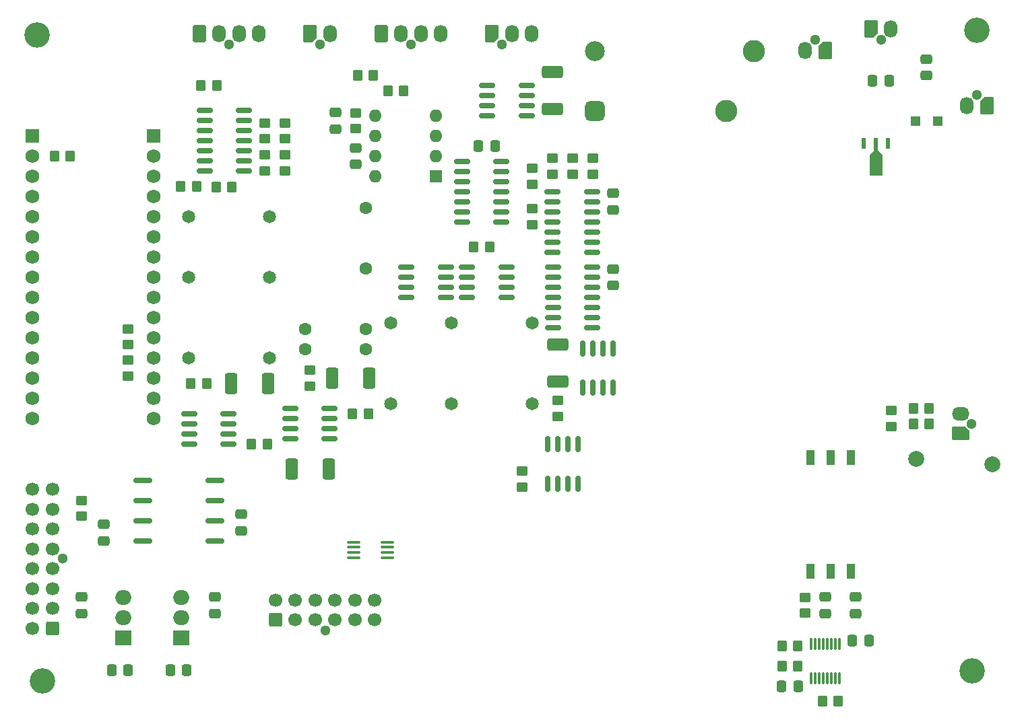
<source format=gbr>
%TF.GenerationSoftware,KiCad,Pcbnew,8.0.3*%
%TF.CreationDate,2025-03-11T00:39:16-07:00*%
%TF.ProjectId,Accumulator_Board,41636375-6d75-46c6-9174-6f725f426f61,3.2*%
%TF.SameCoordinates,Original*%
%TF.FileFunction,Soldermask,Top*%
%TF.FilePolarity,Negative*%
%FSLAX46Y46*%
G04 Gerber Fmt 4.6, Leading zero omitted, Abs format (unit mm)*
G04 Created by KiCad (PCBNEW 8.0.3) date 2025-03-11 00:39:16*
%MOMM*%
%LPD*%
G01*
G04 APERTURE LIST*
G04 Aperture macros list*
%AMRoundRect*
0 Rectangle with rounded corners*
0 $1 Rounding radius*
0 $2 $3 $4 $5 $6 $7 $8 $9 X,Y pos of 4 corners*
0 Add a 4 corners polygon primitive as box body*
4,1,4,$2,$3,$4,$5,$6,$7,$8,$9,$2,$3,0*
0 Add four circle primitives for the rounded corners*
1,1,$1+$1,$2,$3*
1,1,$1+$1,$4,$5*
1,1,$1+$1,$6,$7*
1,1,$1+$1,$8,$9*
0 Add four rect primitives between the rounded corners*
20,1,$1+$1,$2,$3,$4,$5,0*
20,1,$1+$1,$4,$5,$6,$7,0*
20,1,$1+$1,$6,$7,$8,$9,0*
20,1,$1+$1,$8,$9,$2,$3,0*%
%AMFreePoly0*
4,1,22,0.945671,0.830970,1.026777,0.776777,1.080970,0.695671,1.100000,0.600000,1.100000,-0.600000,1.080970,-0.695671,1.026777,-0.776777,0.945671,-0.830970,0.850000,-0.850000,-0.450000,-0.850000,-0.545671,-0.830970,-0.626777,-0.776777,-1.026777,-0.376777,-1.080970,-0.295671,-1.100000,-0.200000,-1.100000,0.600000,-1.080970,0.695671,-1.026777,0.776777,-0.945671,0.830970,-0.850000,0.850000,
0.850000,0.850000,0.945671,0.830970,0.945671,0.830970,$1*%
G04 Aperture macros list end*
%ADD10C,0.000000*%
%ADD11C,1.300000*%
%ADD12RoundRect,0.250000X0.600000X0.600000X-0.600000X0.600000X-0.600000X-0.600000X0.600000X-0.600000X0*%
%ADD13C,1.700000*%
%ADD14RoundRect,0.249999X-0.512501X-1.075001X0.512501X-1.075001X0.512501X1.075001X-0.512501X1.075001X0*%
%ADD15RoundRect,0.250000X0.450000X-0.350000X0.450000X0.350000X-0.450000X0.350000X-0.450000X-0.350000X0*%
%ADD16RoundRect,0.102000X-0.765000X-0.765000X0.765000X-0.765000X0.765000X0.765000X-0.765000X0.765000X0*%
%ADD17C,1.734000*%
%ADD18FreePoly0,180.000000*%
%ADD19O,2.200000X1.700000*%
%ADD20RoundRect,0.250000X0.350000X0.450000X-0.350000X0.450000X-0.350000X-0.450000X0.350000X-0.450000X0*%
%ADD21RoundRect,0.250000X0.337500X0.475000X-0.337500X0.475000X-0.337500X-0.475000X0.337500X-0.475000X0*%
%ADD22RoundRect,0.250000X-0.350000X-0.450000X0.350000X-0.450000X0.350000X0.450000X-0.350000X0.450000X0*%
%ADD23RoundRect,0.150000X-0.150000X0.825000X-0.150000X-0.825000X0.150000X-0.825000X0.150000X0.825000X0*%
%ADD24C,2.000000*%
%ADD25RoundRect,0.249999X0.512501X1.075001X-0.512501X1.075001X-0.512501X-1.075001X0.512501X-1.075001X0*%
%ADD26RoundRect,0.250000X-0.450000X0.350000X-0.450000X-0.350000X0.450000X-0.350000X0.450000X0.350000X0*%
%ADD27RoundRect,0.249999X1.075001X-0.512501X1.075001X0.512501X-1.075001X0.512501X-1.075001X-0.512501X0*%
%ADD28RoundRect,0.250000X0.600000X-0.850000X0.600000X0.850000X-0.600000X0.850000X-0.600000X-0.850000X0*%
%ADD29O,1.700000X2.200000*%
%ADD30C,3.200000*%
%ADD31R,0.533400X1.397000*%
%ADD32C,1.608074*%
%ADD33RoundRect,0.250000X-0.475000X0.337500X-0.475000X-0.337500X0.475000X-0.337500X0.475000X0.337500X0*%
%ADD34C,1.651000*%
%ADD35R,2.000000X1.905000*%
%ADD36O,2.000000X1.905000*%
%ADD37RoundRect,0.150000X-0.825000X-0.150000X0.825000X-0.150000X0.825000X0.150000X-0.825000X0.150000X0*%
%ADD38RoundRect,0.150000X0.825000X0.150000X-0.825000X0.150000X-0.825000X-0.150000X0.825000X-0.150000X0*%
%ADD39RoundRect,0.250000X0.475000X-0.337500X0.475000X0.337500X-0.475000X0.337500X-0.475000X-0.337500X0*%
%ADD40FreePoly0,90.000000*%
%ADD41RoundRect,0.250000X-0.337500X-0.475000X0.337500X-0.475000X0.337500X0.475000X-0.337500X0.475000X0*%
%ADD42RoundRect,0.075000X0.075000X-0.650000X0.075000X0.650000X-0.075000X0.650000X-0.075000X-0.650000X0*%
%ADD43RoundRect,0.625000X-0.625000X-0.625000X0.625000X-0.625000X0.625000X0.625000X-0.625000X0.625000X0*%
%ADD44C,2.800000*%
%ADD45C,2.500000*%
%ADD46R,1.600000X1.600000*%
%ADD47O,1.600000X1.600000*%
%ADD48RoundRect,0.100000X0.712500X0.100000X-0.712500X0.100000X-0.712500X-0.100000X0.712500X-0.100000X0*%
%ADD49R,1.200000X1.200000*%
%ADD50RoundRect,0.162500X1.012500X0.162500X-1.012500X0.162500X-1.012500X-0.162500X1.012500X-0.162500X0*%
%ADD51FreePoly0,270.000000*%
%ADD52R,1.020000X1.890000*%
%ADD53RoundRect,0.250000X0.600000X-0.600000X0.600000X0.600000X-0.600000X0.600000X-0.600000X-0.600000X0*%
G04 APERTURE END LIST*
D10*
%TO.C,U15*%
G36*
X132346700Y-40576500D02*
G01*
X132880100Y-41084500D01*
X132880100Y-43751500D01*
X131279900Y-43751500D01*
X131279900Y-41084500D01*
X131813300Y-40576500D01*
X131813300Y-40055800D01*
X132346700Y-40055800D01*
X132346700Y-40576500D01*
G37*
%TD*%
D11*
%TO.C,J11*%
X29915000Y-91935000D03*
D12*
X28575000Y-100685000D03*
D13*
X28575000Y-98185000D03*
X28575000Y-95685000D03*
X28575000Y-93185000D03*
X28575000Y-90685000D03*
X28575000Y-88185000D03*
X28575000Y-85685000D03*
X28575000Y-83185000D03*
X26075000Y-100685000D03*
X26075000Y-98185000D03*
X26075000Y-95685000D03*
X26075000Y-93185000D03*
X26075000Y-90685000D03*
X26075000Y-88185000D03*
X26075000Y-85685000D03*
X26075000Y-83185000D03*
%TD*%
D14*
%TO.C,D5*%
X63702500Y-69215000D03*
X68377500Y-69215000D03*
%TD*%
D15*
%TO.C,R3*%
X57785000Y-39100000D03*
X57785000Y-37100000D03*
%TD*%
D16*
%TO.C,U2*%
X26035000Y-38735000D03*
D17*
X26035000Y-41275000D03*
X26035000Y-43815000D03*
X26035000Y-46355000D03*
X26035000Y-48895000D03*
X26035000Y-51435000D03*
X26035000Y-53975000D03*
X26035000Y-56515000D03*
X26035000Y-59055000D03*
X26035000Y-61595000D03*
X26035000Y-64135000D03*
X26035000Y-66675000D03*
X26035000Y-69215000D03*
X26035000Y-71755000D03*
X26035000Y-74295000D03*
D16*
X41275000Y-38735000D03*
D17*
X41275000Y-41275000D03*
X41275000Y-43815000D03*
X41275000Y-46355000D03*
X41275000Y-48895000D03*
X41275000Y-51435000D03*
X41275000Y-53975000D03*
X41275000Y-56515000D03*
X41275000Y-59055000D03*
X41275000Y-61595000D03*
X41275000Y-64135000D03*
X41275000Y-66675000D03*
X41275000Y-69215000D03*
X41275000Y-71755000D03*
X41275000Y-74295000D03*
%TD*%
D15*
%TO.C,R28*%
X92075000Y-74025000D03*
X92075000Y-72025000D03*
%TD*%
D11*
%TO.C,J5*%
X144055000Y-74930000D03*
D18*
X142715000Y-76180000D03*
D19*
X142715000Y-73680000D03*
%TD*%
D20*
%TO.C,R15*%
X138795000Y-73025000D03*
X136795000Y-73025000D03*
%TD*%
D21*
%TO.C,C10*%
X45487500Y-105918000D03*
X43412500Y-105918000D03*
%TD*%
D22*
%TO.C,R32*%
X45990000Y-69850000D03*
X47990000Y-69850000D03*
%TD*%
D23*
%TO.C,CR4*%
X94615000Y-77535000D03*
X93345000Y-77535000D03*
X92075000Y-77535000D03*
X90805000Y-77535000D03*
X90805000Y-82485000D03*
X92075000Y-82485000D03*
X93345000Y-82485000D03*
X94615000Y-82485000D03*
%TD*%
D24*
%TO.C,TP2*%
X137160000Y-79375000D03*
%TD*%
D15*
%TO.C,R36*%
X38100000Y-64992000D03*
X38100000Y-62992000D03*
%TD*%
%TO.C,R27*%
X96520000Y-43545000D03*
X96520000Y-41545000D03*
%TD*%
D20*
%TO.C,R7*%
X51165000Y-45161200D03*
X49165000Y-45161200D03*
%TD*%
D21*
%TO.C,C5*%
X122322500Y-107950000D03*
X120247500Y-107950000D03*
%TD*%
D22*
%TO.C,R9*%
X47260000Y-32385000D03*
X49260000Y-32385000D03*
%TD*%
%TO.C,R11*%
X120285000Y-102870000D03*
X122285000Y-102870000D03*
%TD*%
D25*
%TO.C,D6*%
X63297500Y-80645000D03*
X58622500Y-80645000D03*
%TD*%
D26*
%TO.C,R14*%
X133985000Y-73295000D03*
X133985000Y-75295000D03*
%TD*%
D22*
%TO.C,R6*%
X44720000Y-45110400D03*
X46720000Y-45110400D03*
%TD*%
D27*
%TO.C,D7*%
X91440000Y-35357500D03*
X91440000Y-30682500D03*
%TD*%
D11*
%TO.C,J7*%
X73660000Y-27215000D03*
D28*
X69910000Y-25875000D03*
D29*
X72410000Y-25875000D03*
X74910000Y-25875000D03*
X77410000Y-25875000D03*
%TD*%
D30*
%TO.C,REF\u002A\u002A*%
X27305000Y-107315000D03*
%TD*%
D31*
%TO.C,U15*%
X133580000Y-39649400D03*
X132080000Y-39649400D03*
X130580000Y-39649400D03*
%TD*%
D32*
%TO.C,K4*%
X67945000Y-65571000D03*
X67945000Y-63031000D03*
X67945000Y-55411000D03*
X67945000Y-47791000D03*
X60325000Y-63031000D03*
X60325000Y-65571000D03*
%TD*%
D33*
%TO.C,C17*%
X66675000Y-40237500D03*
X66675000Y-42312500D03*
%TD*%
D20*
%TO.C,R33*%
X55610000Y-77470000D03*
X53610000Y-77470000D03*
%TD*%
D34*
%TO.C,K3*%
X55880000Y-66675000D03*
X55880000Y-56515000D03*
X55880000Y-48895000D03*
X45720000Y-48895000D03*
X45720000Y-56515000D03*
X45720000Y-66675000D03*
%TD*%
D35*
%TO.C,U9*%
X44760000Y-101895000D03*
D36*
X44760000Y-99355000D03*
X44760000Y-96815000D03*
%TD*%
D37*
%TO.C,CR5*%
X45785000Y-73660000D03*
X45785000Y-74930000D03*
X45785000Y-76200000D03*
X45785000Y-77470000D03*
X50735000Y-77470000D03*
X50735000Y-76200000D03*
X50735000Y-74930000D03*
X50735000Y-73660000D03*
%TD*%
D26*
%TO.C,R29*%
X87630000Y-80915000D03*
X87630000Y-82915000D03*
%TD*%
D38*
%TO.C,CR1*%
X63435000Y-76835000D03*
X63435000Y-75565000D03*
X63435000Y-74295000D03*
X63435000Y-73025000D03*
X58485000Y-73025000D03*
X58485000Y-74295000D03*
X58485000Y-75565000D03*
X58485000Y-76835000D03*
%TD*%
D27*
%TO.C,D2*%
X92075000Y-69647500D03*
X92075000Y-64972500D03*
%TD*%
D20*
%TO.C,R18*%
X68945000Y-31115000D03*
X66945000Y-31115000D03*
%TD*%
D15*
%TO.C,R21*%
X88900000Y-44815000D03*
X88900000Y-42815000D03*
%TD*%
D39*
%TO.C,C22*%
X99060000Y-48027500D03*
X99060000Y-45952500D03*
%TD*%
D11*
%TO.C,J6*%
X62230000Y-27215000D03*
D40*
X60980000Y-25875000D03*
D29*
X63480000Y-25875000D03*
%TD*%
D41*
%TO.C,C6*%
X129137500Y-102235000D03*
X131212500Y-102235000D03*
%TD*%
D15*
%TO.C,R5*%
X55245000Y-43130000D03*
X55245000Y-41130000D03*
%TD*%
D20*
%TO.C,R16*%
X138795000Y-74930000D03*
X136795000Y-74930000D03*
%TD*%
%TO.C,R12*%
X122285000Y-105410000D03*
X120285000Y-105410000D03*
%TD*%
D34*
%TO.C,K1*%
X88887300Y-62230000D03*
X78727300Y-62230000D03*
X71107300Y-62230000D03*
X71107300Y-72390000D03*
X78727300Y-72390000D03*
X88887300Y-72390000D03*
%TD*%
D11*
%TO.C,J4*%
X50800000Y-27215000D03*
D28*
X47050000Y-25875000D03*
D29*
X49550000Y-25875000D03*
X52050000Y-25875000D03*
X54550000Y-25875000D03*
%TD*%
D11*
%TO.C,J1*%
X85090000Y-27215000D03*
D40*
X83840000Y-25875000D03*
D29*
X86340000Y-25875000D03*
X88840000Y-25875000D03*
%TD*%
D42*
%TO.C,U8*%
X123980000Y-106925000D03*
X124480000Y-106925000D03*
X124980000Y-106925000D03*
X125480000Y-106925000D03*
X125980000Y-106925000D03*
X126480000Y-106925000D03*
X126980000Y-106925000D03*
X127480000Y-106925000D03*
X127480000Y-102625000D03*
X126980000Y-102625000D03*
X126480000Y-102625000D03*
X125980000Y-102625000D03*
X125480000Y-102625000D03*
X124980000Y-102625000D03*
X124480000Y-102625000D03*
X123980000Y-102625000D03*
%TD*%
D41*
%TO.C,C18*%
X82147500Y-40005000D03*
X84222500Y-40005000D03*
%TD*%
D38*
%TO.C,CR3*%
X85660000Y-59055000D03*
X85660000Y-57785000D03*
X85660000Y-56515000D03*
X85660000Y-55245000D03*
X80710000Y-55245000D03*
X80710000Y-56515000D03*
X80710000Y-57785000D03*
X80710000Y-59055000D03*
%TD*%
D20*
%TO.C,R30*%
X83550000Y-52705000D03*
X81550000Y-52705000D03*
%TD*%
D43*
%TO.C,K2*%
X96784000Y-35560000D03*
D44*
X113284000Y-35560000D03*
X116784000Y-28060000D03*
D45*
X96784000Y-28060000D03*
%TD*%
D38*
%TO.C,CR2*%
X78040000Y-59055000D03*
X78040000Y-57785000D03*
X78040000Y-56515000D03*
X78040000Y-55245000D03*
X73090000Y-55245000D03*
X73090000Y-56515000D03*
X73090000Y-57785000D03*
X73090000Y-59055000D03*
%TD*%
D22*
%TO.C,R10*%
X125365000Y-109855000D03*
X127365000Y-109855000D03*
%TD*%
D33*
%TO.C,C1*%
X35052000Y-87608500D03*
X35052000Y-89683500D03*
%TD*%
D37*
%TO.C,U7*%
X80075000Y-41910000D03*
X80075000Y-43180000D03*
X80075000Y-44450000D03*
X80075000Y-45720000D03*
X80075000Y-46990000D03*
X80075000Y-48260000D03*
X80075000Y-49530000D03*
X85025000Y-49530000D03*
X85025000Y-48260000D03*
X85025000Y-46990000D03*
X85025000Y-45720000D03*
X85025000Y-44450000D03*
X85025000Y-43180000D03*
X85025000Y-41910000D03*
%TD*%
D14*
%TO.C,D4*%
X51002500Y-69850000D03*
X55677500Y-69850000D03*
%TD*%
D39*
%TO.C,C9*%
X99060000Y-57552500D03*
X99060000Y-55477500D03*
%TD*%
D23*
%TO.C,Q1*%
X99060000Y-65470000D03*
X97790000Y-65470000D03*
X96520000Y-65470000D03*
X95250000Y-65470000D03*
X95250000Y-70420000D03*
X96520000Y-70420000D03*
X97790000Y-70420000D03*
X99060000Y-70420000D03*
%TD*%
D33*
%TO.C,C8*%
X125730000Y-96752500D03*
X125730000Y-98827500D03*
%TD*%
D41*
%TO.C,C11*%
X36046500Y-105918000D03*
X38121500Y-105918000D03*
%TD*%
D15*
%TO.C,R35*%
X38100000Y-68945000D03*
X38100000Y-66945000D03*
%TD*%
D37*
%TO.C,Q2*%
X83250000Y-32385000D03*
X83250000Y-33655000D03*
X83250000Y-34925000D03*
X83250000Y-36195000D03*
X88200000Y-36195000D03*
X88200000Y-34925000D03*
X88200000Y-33655000D03*
X88200000Y-32385000D03*
%TD*%
D33*
%TO.C,C2*%
X52324000Y-86338500D03*
X52324000Y-88413500D03*
%TD*%
D37*
%TO.C,U16*%
X91505000Y-55245000D03*
X91505000Y-56515000D03*
X91505000Y-57785000D03*
X91505000Y-59055000D03*
X91505000Y-60325000D03*
X91505000Y-61595000D03*
X91505000Y-62865000D03*
X96455000Y-62865000D03*
X96455000Y-61595000D03*
X96455000Y-60325000D03*
X96455000Y-59055000D03*
X96455000Y-57785000D03*
X96455000Y-56515000D03*
X96455000Y-55245000D03*
%TD*%
D15*
%TO.C,R1*%
X32258000Y-86598000D03*
X32258000Y-84598000D03*
%TD*%
D20*
%TO.C,R2*%
X30845000Y-41275000D03*
X28845000Y-41275000D03*
%TD*%
D38*
%TO.C,U5*%
X52690000Y-43130000D03*
X52690000Y-41860000D03*
X52690000Y-40590000D03*
X52690000Y-39320000D03*
X52690000Y-38050000D03*
X52690000Y-36780000D03*
X52690000Y-35510000D03*
X47740000Y-35510000D03*
X47740000Y-36780000D03*
X47740000Y-38050000D03*
X47740000Y-39320000D03*
X47740000Y-40590000D03*
X47740000Y-41860000D03*
X47740000Y-43130000D03*
%TD*%
D46*
%TO.C,U12*%
X76825000Y-43805000D03*
D47*
X76825000Y-41265000D03*
X76825000Y-38725000D03*
X76825000Y-36185000D03*
X69205000Y-36185000D03*
X69205000Y-38725000D03*
X69205000Y-41265000D03*
X69205000Y-43805000D03*
%TD*%
D11*
%TO.C,J10*%
X132715000Y-26580000D03*
D40*
X131465000Y-25240000D03*
D29*
X133965000Y-25240000D03*
%TD*%
D26*
%TO.C,R19*%
X88900000Y-47895000D03*
X88900000Y-49895000D03*
%TD*%
D48*
%TO.C,U6*%
X70692500Y-91780000D03*
X70692500Y-91130000D03*
X70692500Y-90480000D03*
X70692500Y-89830000D03*
X66467500Y-89830000D03*
X66467500Y-90480000D03*
X66467500Y-91130000D03*
X66467500Y-91780000D03*
%TD*%
D30*
%TO.C,REF\u002A\u002A*%
X144145000Y-106045000D03*
%TD*%
D26*
%TO.C,R4*%
X57785000Y-41130000D03*
X57785000Y-43130000D03*
%TD*%
D49*
%TO.C,D8*%
X139830000Y-36830000D03*
X137030000Y-36830000D03*
%TD*%
D15*
%TO.C,R8*%
X55245000Y-39100000D03*
X55245000Y-37100000D03*
%TD*%
D33*
%TO.C,C14*%
X49022000Y-96752500D03*
X49022000Y-98827500D03*
%TD*%
D15*
%TO.C,R22*%
X60960000Y-70215000D03*
X60960000Y-68215000D03*
%TD*%
D35*
%TO.C,U10*%
X37465000Y-101895000D03*
D36*
X37465000Y-99355000D03*
X37465000Y-96815000D03*
%TD*%
D37*
%TO.C,U4*%
X91440000Y-45720000D03*
X91440000Y-46990000D03*
X91440000Y-48260000D03*
X91440000Y-49530000D03*
X91440000Y-50800000D03*
X91440000Y-52070000D03*
X91440000Y-53340000D03*
X96390000Y-53340000D03*
X96390000Y-52070000D03*
X96390000Y-50800000D03*
X96390000Y-49530000D03*
X96390000Y-48260000D03*
X96390000Y-46990000D03*
X96390000Y-45720000D03*
%TD*%
D26*
%TO.C,R26*%
X93980000Y-41545000D03*
X93980000Y-43545000D03*
%TD*%
D50*
%TO.C,U1*%
X48975000Y-89662000D03*
X48975000Y-87122000D03*
X48975000Y-84582000D03*
X48975000Y-82042000D03*
X39925000Y-82042000D03*
X39925000Y-84582000D03*
X39925000Y-87122000D03*
X39925000Y-89662000D03*
%TD*%
D39*
%TO.C,C23*%
X138430000Y-31115000D03*
X138430000Y-29040000D03*
%TD*%
D11*
%TO.C,J8*%
X124460000Y-26600000D03*
D51*
X125710000Y-27940000D03*
D29*
X123210000Y-27940000D03*
%TD*%
D33*
%TO.C,C7*%
X129540000Y-96752500D03*
X129540000Y-98827500D03*
%TD*%
%TO.C,C20*%
X64135000Y-35792500D03*
X64135000Y-37867500D03*
%TD*%
D20*
%TO.C,R17*%
X72755000Y-33020000D03*
X70755000Y-33020000D03*
%TD*%
D24*
%TO.C,TP1*%
X146685000Y-80010000D03*
%TD*%
D26*
%TO.C,R13*%
X123190000Y-96790000D03*
X123190000Y-98790000D03*
%TD*%
D30*
%TO.C,REF\u002A\u002A*%
X144780000Y-25400000D03*
%TD*%
%TO.C,REF\u002A\u002A*%
X26670000Y-26035000D03*
%TD*%
D15*
%TO.C,R20*%
X91440000Y-43545000D03*
X91440000Y-41545000D03*
%TD*%
D22*
%TO.C,R31*%
X66310000Y-73660000D03*
X68310000Y-73660000D03*
%TD*%
D11*
%TO.C,J9*%
X144780000Y-33585000D03*
D51*
X146030000Y-34925000D03*
D29*
X143530000Y-34925000D03*
%TD*%
D15*
%TO.C,R23*%
X66675000Y-37830000D03*
X66675000Y-35830000D03*
%TD*%
D33*
%TO.C,C13*%
X32258000Y-96752500D03*
X32258000Y-98827500D03*
%TD*%
D41*
%TO.C,C24*%
X131677500Y-31750000D03*
X133752500Y-31750000D03*
%TD*%
D52*
%TO.C,L1*%
X128905000Y-79215000D03*
X126365000Y-79215000D03*
X123825000Y-79215000D03*
X123825000Y-93505000D03*
X126365000Y-93505000D03*
X128905000Y-93505000D03*
%TD*%
D11*
%TO.C,J2*%
X62865000Y-100965000D03*
D53*
X56615000Y-99625000D03*
D13*
X59115000Y-99625000D03*
X61615000Y-99625000D03*
X64115000Y-99625000D03*
X66615000Y-99625000D03*
X69115000Y-99625000D03*
X56615000Y-97125000D03*
X59115000Y-97125000D03*
X61615000Y-97125000D03*
X64115000Y-97125000D03*
X66615000Y-97125000D03*
X69115000Y-97125000D03*
%TD*%
M02*

</source>
